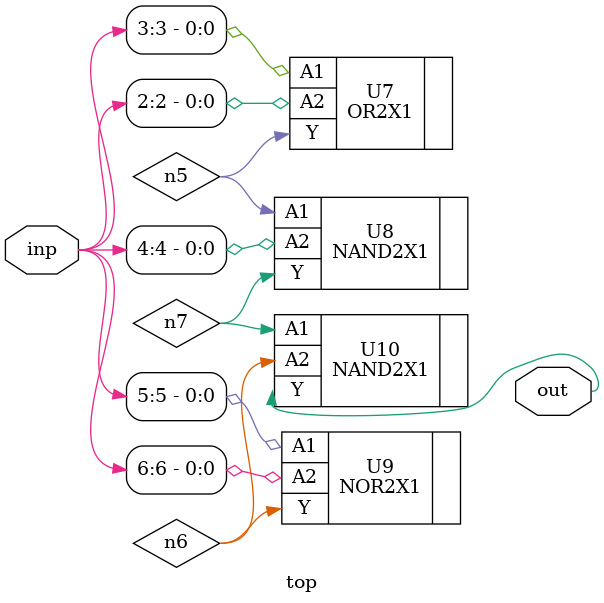
<source format=sv>


module top ( inp, out );
  input [6:0] inp;
  output out;
  wire   n5, n6, n7;

  OR2X1 U7 ( .A1(inp[3]), .A2(inp[2]), .Y(n5) );
  NAND2X1 U8 ( .A1(n5), .A2(inp[4]), .Y(n7) );
  NOR2X1 U9 ( .A1(inp[5]), .A2(inp[6]), .Y(n6) );
  NAND2X1 U10 ( .A1(n7), .A2(n6), .Y(out) );
endmodule


</source>
